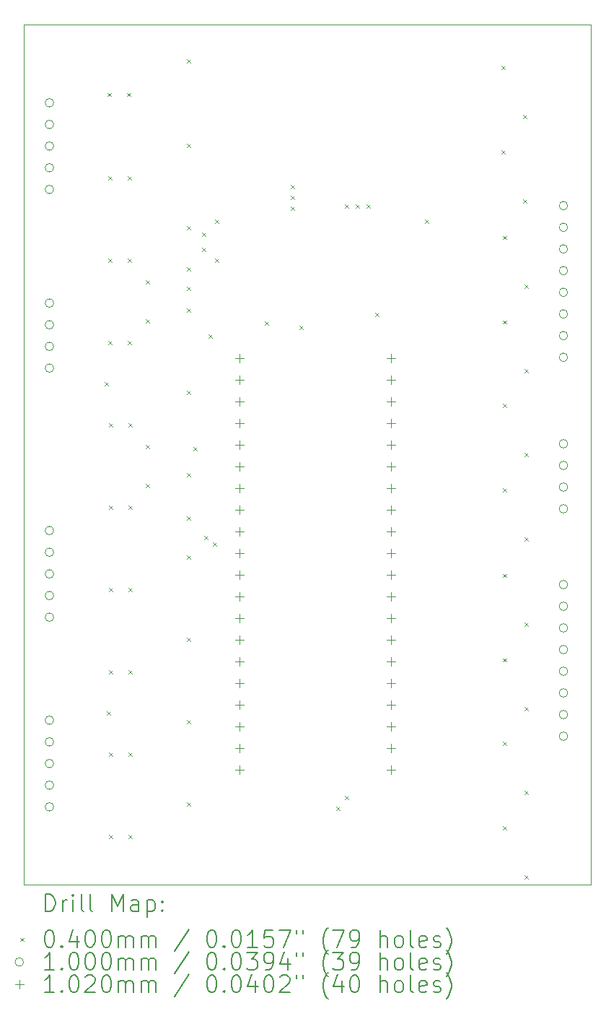
<source format=gbr>
%FSLAX45Y45*%
G04 Gerber Fmt 4.5, Leading zero omitted, Abs format (unit mm)*
G04 Created by KiCad (PCBNEW (6.0.0)) date 2022-08-19 14:17:07*
%MOMM*%
%LPD*%
G01*
G04 APERTURE LIST*
%TA.AperFunction,Profile*%
%ADD10C,0.100000*%
%TD*%
%ADD11C,0.200000*%
%ADD12C,0.040000*%
%ADD13C,0.100000*%
%ADD14C,0.102000*%
G04 APERTURE END LIST*
D10*
X17475200Y-14935200D02*
X17475200Y-4851400D01*
X10820400Y-14935200D02*
X10820400Y-4851400D01*
X10820400Y-4851400D02*
X17475200Y-4851400D01*
X10820400Y-14935200D02*
X17475200Y-14935200D01*
D11*
D12*
X11765600Y-9047800D02*
X11805600Y-9087800D01*
X11805600Y-9047800D02*
X11765600Y-9087800D01*
X11791000Y-12908600D02*
X11831000Y-12948600D01*
X11831000Y-12908600D02*
X11791000Y-12948600D01*
X11800550Y-5653750D02*
X11840550Y-5693750D01*
X11840550Y-5653750D02*
X11800550Y-5693750D01*
X11810300Y-6634800D02*
X11850300Y-6674800D01*
X11850300Y-6634800D02*
X11810300Y-6674800D01*
X11810300Y-7600000D02*
X11850300Y-7640000D01*
X11850300Y-7600000D02*
X11810300Y-7640000D01*
X11810300Y-8565200D02*
X11850300Y-8605200D01*
X11850300Y-8565200D02*
X11810300Y-8605200D01*
X11816400Y-9530400D02*
X11856400Y-9570400D01*
X11856400Y-9530400D02*
X11816400Y-9570400D01*
X11816400Y-10495600D02*
X11856400Y-10535600D01*
X11856400Y-10495600D02*
X11816400Y-10535600D01*
X11816400Y-11460800D02*
X11856400Y-11500800D01*
X11856400Y-11460800D02*
X11816400Y-11500800D01*
X11816400Y-12426000D02*
X11856400Y-12466000D01*
X11856400Y-12426000D02*
X11816400Y-12466000D01*
X11816400Y-13391200D02*
X11856400Y-13431200D01*
X11856400Y-13391200D02*
X11816400Y-13431200D01*
X11816400Y-14356400D02*
X11856400Y-14396400D01*
X11856400Y-14356400D02*
X11816400Y-14396400D01*
X12029150Y-5653750D02*
X12069150Y-5693750D01*
X12069150Y-5653750D02*
X12029150Y-5693750D01*
X12038900Y-6634800D02*
X12078900Y-6674800D01*
X12078900Y-6634800D02*
X12038900Y-6674800D01*
X12038900Y-7600000D02*
X12078900Y-7640000D01*
X12078900Y-7600000D02*
X12038900Y-7640000D01*
X12038900Y-8565200D02*
X12078900Y-8605200D01*
X12078900Y-8565200D02*
X12038900Y-8605200D01*
X12045000Y-9530400D02*
X12085000Y-9570400D01*
X12085000Y-9530400D02*
X12045000Y-9570400D01*
X12045000Y-10495600D02*
X12085000Y-10535600D01*
X12085000Y-10495600D02*
X12045000Y-10535600D01*
X12045000Y-11460800D02*
X12085000Y-11500800D01*
X12085000Y-11460800D02*
X12045000Y-11500800D01*
X12045000Y-12426000D02*
X12085000Y-12466000D01*
X12085000Y-12426000D02*
X12045000Y-12466000D01*
X12045000Y-13391200D02*
X12085000Y-13431200D01*
X12085000Y-13391200D02*
X12045000Y-13431200D01*
X12045000Y-14356400D02*
X12085000Y-14396400D01*
X12085000Y-14356400D02*
X12045000Y-14396400D01*
X12248200Y-7854000D02*
X12288200Y-7894000D01*
X12288200Y-7854000D02*
X12248200Y-7894000D01*
X12248200Y-8311200D02*
X12288200Y-8351200D01*
X12288200Y-8311200D02*
X12248200Y-8351200D01*
X12248200Y-9784400D02*
X12288200Y-9824400D01*
X12288200Y-9784400D02*
X12248200Y-9824400D01*
X12248200Y-10241600D02*
X12288200Y-10281600D01*
X12288200Y-10241600D02*
X12248200Y-10281600D01*
X12730800Y-5263200D02*
X12770800Y-5303200D01*
X12770800Y-5263200D02*
X12730800Y-5303200D01*
X12730800Y-6253800D02*
X12770800Y-6293800D01*
X12770800Y-6253800D02*
X12730800Y-6293800D01*
X12730800Y-7219000D02*
X12770800Y-7259000D01*
X12770800Y-7219000D02*
X12730800Y-7259000D01*
X12730800Y-7701600D02*
X12770800Y-7741600D01*
X12770800Y-7701600D02*
X12730800Y-7741600D01*
X12730800Y-7930200D02*
X12770800Y-7970200D01*
X12770800Y-7930200D02*
X12730800Y-7970200D01*
X12730800Y-8184200D02*
X12770800Y-8224200D01*
X12770800Y-8184200D02*
X12730800Y-8224200D01*
X12730800Y-9149400D02*
X12770800Y-9189400D01*
X12770800Y-9149400D02*
X12730800Y-9189400D01*
X12730800Y-10114600D02*
X12770800Y-10154600D01*
X12770800Y-10114600D02*
X12730800Y-10154600D01*
X12730800Y-10622600D02*
X12770800Y-10662600D01*
X12770800Y-10622600D02*
X12730800Y-10662600D01*
X12730800Y-11079800D02*
X12770800Y-11119800D01*
X12770800Y-11079800D02*
X12730800Y-11119800D01*
X12730800Y-12045000D02*
X12770800Y-12085000D01*
X12770800Y-12045000D02*
X12730800Y-12085000D01*
X12730800Y-13010200D02*
X12770800Y-13050200D01*
X12770800Y-13010200D02*
X12730800Y-13050200D01*
X12730800Y-13975400D02*
X12770800Y-14015400D01*
X12770800Y-13975400D02*
X12730800Y-14015400D01*
X12807000Y-9809800D02*
X12847000Y-9849800D01*
X12847000Y-9809800D02*
X12807000Y-9849800D01*
X12908600Y-7295200D02*
X12948600Y-7335200D01*
X12948600Y-7295200D02*
X12908600Y-7335200D01*
X12908600Y-7473000D02*
X12948600Y-7513000D01*
X12948600Y-7473000D02*
X12908600Y-7513000D01*
X12934000Y-10851200D02*
X12974000Y-10891200D01*
X12974000Y-10851200D02*
X12934000Y-10891200D01*
X12984800Y-8489000D02*
X13024800Y-8529000D01*
X13024800Y-8489000D02*
X12984800Y-8529000D01*
X13035600Y-10927400D02*
X13075600Y-10967400D01*
X13075600Y-10927400D02*
X13035600Y-10967400D01*
X13061000Y-7142800D02*
X13101000Y-7182800D01*
X13101000Y-7142800D02*
X13061000Y-7182800D01*
X13061000Y-7600000D02*
X13101000Y-7640000D01*
X13101000Y-7600000D02*
X13061000Y-7640000D01*
X13645200Y-8336600D02*
X13685200Y-8376600D01*
X13685200Y-8336600D02*
X13645200Y-8376600D01*
X13950000Y-6736400D02*
X13990000Y-6776400D01*
X13990000Y-6736400D02*
X13950000Y-6776400D01*
X13950000Y-6863400D02*
X13990000Y-6903400D01*
X13990000Y-6863400D02*
X13950000Y-6903400D01*
X13950000Y-6990400D02*
X13990000Y-7030400D01*
X13990000Y-6990400D02*
X13950000Y-7030400D01*
X14051600Y-8387400D02*
X14091600Y-8427400D01*
X14091600Y-8387400D02*
X14051600Y-8427400D01*
X14483400Y-14026200D02*
X14523400Y-14066200D01*
X14523400Y-14026200D02*
X14483400Y-14066200D01*
X14585000Y-6965000D02*
X14625000Y-7005000D01*
X14625000Y-6965000D02*
X14585000Y-7005000D01*
X14585000Y-13899200D02*
X14625000Y-13939200D01*
X14625000Y-13899200D02*
X14585000Y-13939200D01*
X14712000Y-6965000D02*
X14752000Y-7005000D01*
X14752000Y-6965000D02*
X14712000Y-7005000D01*
X14839000Y-6965000D02*
X14879000Y-7005000D01*
X14879000Y-6965000D02*
X14839000Y-7005000D01*
X14940600Y-8235000D02*
X14980600Y-8275000D01*
X14980600Y-8235000D02*
X14940600Y-8275000D01*
X15524800Y-7142800D02*
X15564800Y-7182800D01*
X15564800Y-7142800D02*
X15524800Y-7182800D01*
X16424150Y-5339400D02*
X16464150Y-5379400D01*
X16464150Y-5339400D02*
X16424150Y-5379400D01*
X16424150Y-6330000D02*
X16464150Y-6370000D01*
X16464150Y-6330000D02*
X16424150Y-6370000D01*
X16439200Y-7330950D02*
X16479200Y-7370950D01*
X16479200Y-7330950D02*
X16439200Y-7370950D01*
X16439200Y-8321550D02*
X16479200Y-8361550D01*
X16479200Y-8321550D02*
X16439200Y-8361550D01*
X16439200Y-9301800D02*
X16479200Y-9341800D01*
X16479200Y-9301800D02*
X16439200Y-9341800D01*
X16439200Y-10292400D02*
X16479200Y-10332400D01*
X16479200Y-10292400D02*
X16439200Y-10332400D01*
X16439200Y-11293350D02*
X16479200Y-11333350D01*
X16479200Y-11293350D02*
X16439200Y-11333350D01*
X16439200Y-12283950D02*
X16479200Y-12323950D01*
X16479200Y-12283950D02*
X16439200Y-12323950D01*
X16439200Y-13264200D02*
X16479200Y-13304200D01*
X16479200Y-13264200D02*
X16439200Y-13304200D01*
X16439200Y-14254800D02*
X16479200Y-14294800D01*
X16479200Y-14254800D02*
X16439200Y-14294800D01*
X16678150Y-5913250D02*
X16718150Y-5953250D01*
X16718150Y-5913250D02*
X16678150Y-5953250D01*
X16678150Y-6903850D02*
X16718150Y-6943850D01*
X16718150Y-6903850D02*
X16678150Y-6943850D01*
X16693200Y-7904800D02*
X16733200Y-7944800D01*
X16733200Y-7904800D02*
X16693200Y-7944800D01*
X16693200Y-8895400D02*
X16733200Y-8935400D01*
X16733200Y-8895400D02*
X16693200Y-8935400D01*
X16693200Y-9875650D02*
X16733200Y-9915650D01*
X16733200Y-9875650D02*
X16693200Y-9915650D01*
X16693200Y-10866250D02*
X16733200Y-10906250D01*
X16733200Y-10866250D02*
X16693200Y-10906250D01*
X16693200Y-11867200D02*
X16733200Y-11907200D01*
X16733200Y-11867200D02*
X16693200Y-11907200D01*
X16693200Y-12857800D02*
X16733200Y-12897800D01*
X16733200Y-12857800D02*
X16693200Y-12897800D01*
X16693200Y-13838050D02*
X16733200Y-13878050D01*
X16733200Y-13838050D02*
X16693200Y-13878050D01*
X16693200Y-14828650D02*
X16733200Y-14868650D01*
X16733200Y-14828650D02*
X16693200Y-14868650D01*
D13*
X11168800Y-5769300D02*
G75*
G03*
X11168800Y-5769300I-50000J0D01*
G01*
X11168800Y-6023300D02*
G75*
G03*
X11168800Y-6023300I-50000J0D01*
G01*
X11168800Y-6277300D02*
G75*
G03*
X11168800Y-6277300I-50000J0D01*
G01*
X11168800Y-6531300D02*
G75*
G03*
X11168800Y-6531300I-50000J0D01*
G01*
X11168800Y-6785300D02*
G75*
G03*
X11168800Y-6785300I-50000J0D01*
G01*
X11168800Y-8118800D02*
G75*
G03*
X11168800Y-8118800I-50000J0D01*
G01*
X11168800Y-8372800D02*
G75*
G03*
X11168800Y-8372800I-50000J0D01*
G01*
X11168800Y-8626800D02*
G75*
G03*
X11168800Y-8626800I-50000J0D01*
G01*
X11168800Y-8880800D02*
G75*
G03*
X11168800Y-8880800I-50000J0D01*
G01*
X11168800Y-10785800D02*
G75*
G03*
X11168800Y-10785800I-50000J0D01*
G01*
X11168800Y-11039800D02*
G75*
G03*
X11168800Y-11039800I-50000J0D01*
G01*
X11168800Y-11293800D02*
G75*
G03*
X11168800Y-11293800I-50000J0D01*
G01*
X11168800Y-11547800D02*
G75*
G03*
X11168800Y-11547800I-50000J0D01*
G01*
X11168800Y-11801800D02*
G75*
G03*
X11168800Y-11801800I-50000J0D01*
G01*
X11168800Y-13008300D02*
G75*
G03*
X11168800Y-13008300I-50000J0D01*
G01*
X11168800Y-13262300D02*
G75*
G03*
X11168800Y-13262300I-50000J0D01*
G01*
X11168800Y-13516300D02*
G75*
G03*
X11168800Y-13516300I-50000J0D01*
G01*
X11168800Y-13770300D02*
G75*
G03*
X11168800Y-13770300I-50000J0D01*
G01*
X11168800Y-14024300D02*
G75*
G03*
X11168800Y-14024300I-50000J0D01*
G01*
X17201300Y-6975800D02*
G75*
G03*
X17201300Y-6975800I-50000J0D01*
G01*
X17201300Y-7229800D02*
G75*
G03*
X17201300Y-7229800I-50000J0D01*
G01*
X17201300Y-7483800D02*
G75*
G03*
X17201300Y-7483800I-50000J0D01*
G01*
X17201300Y-7737800D02*
G75*
G03*
X17201300Y-7737800I-50000J0D01*
G01*
X17201300Y-7991800D02*
G75*
G03*
X17201300Y-7991800I-50000J0D01*
G01*
X17201300Y-8245800D02*
G75*
G03*
X17201300Y-8245800I-50000J0D01*
G01*
X17201300Y-8499800D02*
G75*
G03*
X17201300Y-8499800I-50000J0D01*
G01*
X17201300Y-8753800D02*
G75*
G03*
X17201300Y-8753800I-50000J0D01*
G01*
X17201300Y-9768800D02*
G75*
G03*
X17201300Y-9768800I-50000J0D01*
G01*
X17201300Y-10022800D02*
G75*
G03*
X17201300Y-10022800I-50000J0D01*
G01*
X17201300Y-10276800D02*
G75*
G03*
X17201300Y-10276800I-50000J0D01*
G01*
X17201300Y-10530800D02*
G75*
G03*
X17201300Y-10530800I-50000J0D01*
G01*
X17201300Y-11419300D02*
G75*
G03*
X17201300Y-11419300I-50000J0D01*
G01*
X17201300Y-11673300D02*
G75*
G03*
X17201300Y-11673300I-50000J0D01*
G01*
X17201300Y-11927300D02*
G75*
G03*
X17201300Y-11927300I-50000J0D01*
G01*
X17201300Y-12181300D02*
G75*
G03*
X17201300Y-12181300I-50000J0D01*
G01*
X17201300Y-12435300D02*
G75*
G03*
X17201300Y-12435300I-50000J0D01*
G01*
X17201300Y-12689300D02*
G75*
G03*
X17201300Y-12689300I-50000J0D01*
G01*
X17201300Y-12943300D02*
G75*
G03*
X17201300Y-12943300I-50000J0D01*
G01*
X17201300Y-13197300D02*
G75*
G03*
X17201300Y-13197300I-50000J0D01*
G01*
D14*
X13350400Y-8712000D02*
X13350400Y-8814000D01*
X13299400Y-8763000D02*
X13401400Y-8763000D01*
X13350400Y-8966000D02*
X13350400Y-9068000D01*
X13299400Y-9017000D02*
X13401400Y-9017000D01*
X13350400Y-9220000D02*
X13350400Y-9322000D01*
X13299400Y-9271000D02*
X13401400Y-9271000D01*
X13350400Y-9474000D02*
X13350400Y-9576000D01*
X13299400Y-9525000D02*
X13401400Y-9525000D01*
X13350400Y-9728000D02*
X13350400Y-9830000D01*
X13299400Y-9779000D02*
X13401400Y-9779000D01*
X13350400Y-9982000D02*
X13350400Y-10084000D01*
X13299400Y-10033000D02*
X13401400Y-10033000D01*
X13350400Y-10236000D02*
X13350400Y-10338000D01*
X13299400Y-10287000D02*
X13401400Y-10287000D01*
X13350400Y-10490000D02*
X13350400Y-10592000D01*
X13299400Y-10541000D02*
X13401400Y-10541000D01*
X13350400Y-10744000D02*
X13350400Y-10846000D01*
X13299400Y-10795000D02*
X13401400Y-10795000D01*
X13350400Y-10998000D02*
X13350400Y-11100000D01*
X13299400Y-11049000D02*
X13401400Y-11049000D01*
X13350400Y-11252000D02*
X13350400Y-11354000D01*
X13299400Y-11303000D02*
X13401400Y-11303000D01*
X13350400Y-11506000D02*
X13350400Y-11608000D01*
X13299400Y-11557000D02*
X13401400Y-11557000D01*
X13350400Y-11760000D02*
X13350400Y-11862000D01*
X13299400Y-11811000D02*
X13401400Y-11811000D01*
X13350400Y-12014000D02*
X13350400Y-12116000D01*
X13299400Y-12065000D02*
X13401400Y-12065000D01*
X13350400Y-12268000D02*
X13350400Y-12370000D01*
X13299400Y-12319000D02*
X13401400Y-12319000D01*
X13350400Y-12522000D02*
X13350400Y-12624000D01*
X13299400Y-12573000D02*
X13401400Y-12573000D01*
X13350400Y-12776000D02*
X13350400Y-12878000D01*
X13299400Y-12827000D02*
X13401400Y-12827000D01*
X13350400Y-13030000D02*
X13350400Y-13132000D01*
X13299400Y-13081000D02*
X13401400Y-13081000D01*
X13350400Y-13284000D02*
X13350400Y-13386000D01*
X13299400Y-13335000D02*
X13401400Y-13335000D01*
X13350400Y-13538000D02*
X13350400Y-13640000D01*
X13299400Y-13589000D02*
X13401400Y-13589000D01*
X15128400Y-8712000D02*
X15128400Y-8814000D01*
X15077400Y-8763000D02*
X15179400Y-8763000D01*
X15128400Y-8966000D02*
X15128400Y-9068000D01*
X15077400Y-9017000D02*
X15179400Y-9017000D01*
X15128400Y-9220000D02*
X15128400Y-9322000D01*
X15077400Y-9271000D02*
X15179400Y-9271000D01*
X15128400Y-9474000D02*
X15128400Y-9576000D01*
X15077400Y-9525000D02*
X15179400Y-9525000D01*
X15128400Y-9728000D02*
X15128400Y-9830000D01*
X15077400Y-9779000D02*
X15179400Y-9779000D01*
X15128400Y-9982000D02*
X15128400Y-10084000D01*
X15077400Y-10033000D02*
X15179400Y-10033000D01*
X15128400Y-10236000D02*
X15128400Y-10338000D01*
X15077400Y-10287000D02*
X15179400Y-10287000D01*
X15128400Y-10490000D02*
X15128400Y-10592000D01*
X15077400Y-10541000D02*
X15179400Y-10541000D01*
X15128400Y-10744000D02*
X15128400Y-10846000D01*
X15077400Y-10795000D02*
X15179400Y-10795000D01*
X15128400Y-10998000D02*
X15128400Y-11100000D01*
X15077400Y-11049000D02*
X15179400Y-11049000D01*
X15128400Y-11252000D02*
X15128400Y-11354000D01*
X15077400Y-11303000D02*
X15179400Y-11303000D01*
X15128400Y-11506000D02*
X15128400Y-11608000D01*
X15077400Y-11557000D02*
X15179400Y-11557000D01*
X15128400Y-11760000D02*
X15128400Y-11862000D01*
X15077400Y-11811000D02*
X15179400Y-11811000D01*
X15128400Y-12014000D02*
X15128400Y-12116000D01*
X15077400Y-12065000D02*
X15179400Y-12065000D01*
X15128400Y-12268000D02*
X15128400Y-12370000D01*
X15077400Y-12319000D02*
X15179400Y-12319000D01*
X15128400Y-12522000D02*
X15128400Y-12624000D01*
X15077400Y-12573000D02*
X15179400Y-12573000D01*
X15128400Y-12776000D02*
X15128400Y-12878000D01*
X15077400Y-12827000D02*
X15179400Y-12827000D01*
X15128400Y-13030000D02*
X15128400Y-13132000D01*
X15077400Y-13081000D02*
X15179400Y-13081000D01*
X15128400Y-13284000D02*
X15128400Y-13386000D01*
X15077400Y-13335000D02*
X15179400Y-13335000D01*
X15128400Y-13538000D02*
X15128400Y-13640000D01*
X15077400Y-13589000D02*
X15179400Y-13589000D01*
D11*
X11073019Y-15250676D02*
X11073019Y-15050676D01*
X11120638Y-15050676D01*
X11149210Y-15060200D01*
X11168257Y-15079248D01*
X11177781Y-15098295D01*
X11187305Y-15136390D01*
X11187305Y-15164962D01*
X11177781Y-15203057D01*
X11168257Y-15222105D01*
X11149210Y-15241152D01*
X11120638Y-15250676D01*
X11073019Y-15250676D01*
X11273019Y-15250676D02*
X11273019Y-15117343D01*
X11273019Y-15155438D02*
X11282543Y-15136390D01*
X11292067Y-15126867D01*
X11311114Y-15117343D01*
X11330162Y-15117343D01*
X11396828Y-15250676D02*
X11396828Y-15117343D01*
X11396828Y-15050676D02*
X11387305Y-15060200D01*
X11396828Y-15069724D01*
X11406352Y-15060200D01*
X11396828Y-15050676D01*
X11396828Y-15069724D01*
X11520638Y-15250676D02*
X11501590Y-15241152D01*
X11492067Y-15222105D01*
X11492067Y-15050676D01*
X11625400Y-15250676D02*
X11606352Y-15241152D01*
X11596828Y-15222105D01*
X11596828Y-15050676D01*
X11853971Y-15250676D02*
X11853971Y-15050676D01*
X11920638Y-15193533D01*
X11987305Y-15050676D01*
X11987305Y-15250676D01*
X12168257Y-15250676D02*
X12168257Y-15145914D01*
X12158733Y-15126867D01*
X12139686Y-15117343D01*
X12101590Y-15117343D01*
X12082543Y-15126867D01*
X12168257Y-15241152D02*
X12149209Y-15250676D01*
X12101590Y-15250676D01*
X12082543Y-15241152D01*
X12073019Y-15222105D01*
X12073019Y-15203057D01*
X12082543Y-15184009D01*
X12101590Y-15174486D01*
X12149209Y-15174486D01*
X12168257Y-15164962D01*
X12263495Y-15117343D02*
X12263495Y-15317343D01*
X12263495Y-15126867D02*
X12282543Y-15117343D01*
X12320638Y-15117343D01*
X12339686Y-15126867D01*
X12349209Y-15136390D01*
X12358733Y-15155438D01*
X12358733Y-15212581D01*
X12349209Y-15231628D01*
X12339686Y-15241152D01*
X12320638Y-15250676D01*
X12282543Y-15250676D01*
X12263495Y-15241152D01*
X12444448Y-15231628D02*
X12453971Y-15241152D01*
X12444448Y-15250676D01*
X12434924Y-15241152D01*
X12444448Y-15231628D01*
X12444448Y-15250676D01*
X12444448Y-15126867D02*
X12453971Y-15136390D01*
X12444448Y-15145914D01*
X12434924Y-15136390D01*
X12444448Y-15126867D01*
X12444448Y-15145914D01*
D12*
X10775400Y-15560200D02*
X10815400Y-15600200D01*
X10815400Y-15560200D02*
X10775400Y-15600200D01*
D11*
X11111114Y-15470676D02*
X11130162Y-15470676D01*
X11149210Y-15480200D01*
X11158733Y-15489724D01*
X11168257Y-15508771D01*
X11177781Y-15546867D01*
X11177781Y-15594486D01*
X11168257Y-15632581D01*
X11158733Y-15651628D01*
X11149210Y-15661152D01*
X11130162Y-15670676D01*
X11111114Y-15670676D01*
X11092067Y-15661152D01*
X11082543Y-15651628D01*
X11073019Y-15632581D01*
X11063495Y-15594486D01*
X11063495Y-15546867D01*
X11073019Y-15508771D01*
X11082543Y-15489724D01*
X11092067Y-15480200D01*
X11111114Y-15470676D01*
X11263495Y-15651628D02*
X11273019Y-15661152D01*
X11263495Y-15670676D01*
X11253971Y-15661152D01*
X11263495Y-15651628D01*
X11263495Y-15670676D01*
X11444448Y-15537343D02*
X11444448Y-15670676D01*
X11396828Y-15461152D02*
X11349209Y-15604009D01*
X11473019Y-15604009D01*
X11587305Y-15470676D02*
X11606352Y-15470676D01*
X11625400Y-15480200D01*
X11634924Y-15489724D01*
X11644448Y-15508771D01*
X11653971Y-15546867D01*
X11653971Y-15594486D01*
X11644448Y-15632581D01*
X11634924Y-15651628D01*
X11625400Y-15661152D01*
X11606352Y-15670676D01*
X11587305Y-15670676D01*
X11568257Y-15661152D01*
X11558733Y-15651628D01*
X11549209Y-15632581D01*
X11539686Y-15594486D01*
X11539686Y-15546867D01*
X11549209Y-15508771D01*
X11558733Y-15489724D01*
X11568257Y-15480200D01*
X11587305Y-15470676D01*
X11777781Y-15470676D02*
X11796828Y-15470676D01*
X11815876Y-15480200D01*
X11825400Y-15489724D01*
X11834924Y-15508771D01*
X11844448Y-15546867D01*
X11844448Y-15594486D01*
X11834924Y-15632581D01*
X11825400Y-15651628D01*
X11815876Y-15661152D01*
X11796828Y-15670676D01*
X11777781Y-15670676D01*
X11758733Y-15661152D01*
X11749209Y-15651628D01*
X11739686Y-15632581D01*
X11730162Y-15594486D01*
X11730162Y-15546867D01*
X11739686Y-15508771D01*
X11749209Y-15489724D01*
X11758733Y-15480200D01*
X11777781Y-15470676D01*
X11930162Y-15670676D02*
X11930162Y-15537343D01*
X11930162Y-15556390D02*
X11939686Y-15546867D01*
X11958733Y-15537343D01*
X11987305Y-15537343D01*
X12006352Y-15546867D01*
X12015876Y-15565914D01*
X12015876Y-15670676D01*
X12015876Y-15565914D02*
X12025400Y-15546867D01*
X12044448Y-15537343D01*
X12073019Y-15537343D01*
X12092067Y-15546867D01*
X12101590Y-15565914D01*
X12101590Y-15670676D01*
X12196828Y-15670676D02*
X12196828Y-15537343D01*
X12196828Y-15556390D02*
X12206352Y-15546867D01*
X12225400Y-15537343D01*
X12253971Y-15537343D01*
X12273019Y-15546867D01*
X12282543Y-15565914D01*
X12282543Y-15670676D01*
X12282543Y-15565914D02*
X12292067Y-15546867D01*
X12311114Y-15537343D01*
X12339686Y-15537343D01*
X12358733Y-15546867D01*
X12368257Y-15565914D01*
X12368257Y-15670676D01*
X12758733Y-15461152D02*
X12587305Y-15718295D01*
X13015876Y-15470676D02*
X13034924Y-15470676D01*
X13053971Y-15480200D01*
X13063495Y-15489724D01*
X13073019Y-15508771D01*
X13082543Y-15546867D01*
X13082543Y-15594486D01*
X13073019Y-15632581D01*
X13063495Y-15651628D01*
X13053971Y-15661152D01*
X13034924Y-15670676D01*
X13015876Y-15670676D01*
X12996828Y-15661152D01*
X12987305Y-15651628D01*
X12977781Y-15632581D01*
X12968257Y-15594486D01*
X12968257Y-15546867D01*
X12977781Y-15508771D01*
X12987305Y-15489724D01*
X12996828Y-15480200D01*
X13015876Y-15470676D01*
X13168257Y-15651628D02*
X13177781Y-15661152D01*
X13168257Y-15670676D01*
X13158733Y-15661152D01*
X13168257Y-15651628D01*
X13168257Y-15670676D01*
X13301590Y-15470676D02*
X13320638Y-15470676D01*
X13339686Y-15480200D01*
X13349209Y-15489724D01*
X13358733Y-15508771D01*
X13368257Y-15546867D01*
X13368257Y-15594486D01*
X13358733Y-15632581D01*
X13349209Y-15651628D01*
X13339686Y-15661152D01*
X13320638Y-15670676D01*
X13301590Y-15670676D01*
X13282543Y-15661152D01*
X13273019Y-15651628D01*
X13263495Y-15632581D01*
X13253971Y-15594486D01*
X13253971Y-15546867D01*
X13263495Y-15508771D01*
X13273019Y-15489724D01*
X13282543Y-15480200D01*
X13301590Y-15470676D01*
X13558733Y-15670676D02*
X13444448Y-15670676D01*
X13501590Y-15670676D02*
X13501590Y-15470676D01*
X13482543Y-15499248D01*
X13463495Y-15518295D01*
X13444448Y-15527819D01*
X13739686Y-15470676D02*
X13644448Y-15470676D01*
X13634924Y-15565914D01*
X13644448Y-15556390D01*
X13663495Y-15546867D01*
X13711114Y-15546867D01*
X13730162Y-15556390D01*
X13739686Y-15565914D01*
X13749209Y-15584962D01*
X13749209Y-15632581D01*
X13739686Y-15651628D01*
X13730162Y-15661152D01*
X13711114Y-15670676D01*
X13663495Y-15670676D01*
X13644448Y-15661152D01*
X13634924Y-15651628D01*
X13815876Y-15470676D02*
X13949209Y-15470676D01*
X13863495Y-15670676D01*
X14015876Y-15470676D02*
X14015876Y-15508771D01*
X14092067Y-15470676D02*
X14092067Y-15508771D01*
X14387305Y-15746867D02*
X14377781Y-15737343D01*
X14358733Y-15708771D01*
X14349209Y-15689724D01*
X14339686Y-15661152D01*
X14330162Y-15613533D01*
X14330162Y-15575438D01*
X14339686Y-15527819D01*
X14349209Y-15499248D01*
X14358733Y-15480200D01*
X14377781Y-15451628D01*
X14387305Y-15442105D01*
X14444448Y-15470676D02*
X14577781Y-15470676D01*
X14492067Y-15670676D01*
X14663495Y-15670676D02*
X14701590Y-15670676D01*
X14720638Y-15661152D01*
X14730162Y-15651628D01*
X14749209Y-15623057D01*
X14758733Y-15584962D01*
X14758733Y-15508771D01*
X14749209Y-15489724D01*
X14739686Y-15480200D01*
X14720638Y-15470676D01*
X14682543Y-15470676D01*
X14663495Y-15480200D01*
X14653971Y-15489724D01*
X14644448Y-15508771D01*
X14644448Y-15556390D01*
X14653971Y-15575438D01*
X14663495Y-15584962D01*
X14682543Y-15594486D01*
X14720638Y-15594486D01*
X14739686Y-15584962D01*
X14749209Y-15575438D01*
X14758733Y-15556390D01*
X14996828Y-15670676D02*
X14996828Y-15470676D01*
X15082543Y-15670676D02*
X15082543Y-15565914D01*
X15073019Y-15546867D01*
X15053971Y-15537343D01*
X15025400Y-15537343D01*
X15006352Y-15546867D01*
X14996828Y-15556390D01*
X15206352Y-15670676D02*
X15187305Y-15661152D01*
X15177781Y-15651628D01*
X15168257Y-15632581D01*
X15168257Y-15575438D01*
X15177781Y-15556390D01*
X15187305Y-15546867D01*
X15206352Y-15537343D01*
X15234924Y-15537343D01*
X15253971Y-15546867D01*
X15263495Y-15556390D01*
X15273019Y-15575438D01*
X15273019Y-15632581D01*
X15263495Y-15651628D01*
X15253971Y-15661152D01*
X15234924Y-15670676D01*
X15206352Y-15670676D01*
X15387305Y-15670676D02*
X15368257Y-15661152D01*
X15358733Y-15642105D01*
X15358733Y-15470676D01*
X15539686Y-15661152D02*
X15520638Y-15670676D01*
X15482543Y-15670676D01*
X15463495Y-15661152D01*
X15453971Y-15642105D01*
X15453971Y-15565914D01*
X15463495Y-15546867D01*
X15482543Y-15537343D01*
X15520638Y-15537343D01*
X15539686Y-15546867D01*
X15549209Y-15565914D01*
X15549209Y-15584962D01*
X15453971Y-15604009D01*
X15625400Y-15661152D02*
X15644448Y-15670676D01*
X15682543Y-15670676D01*
X15701590Y-15661152D01*
X15711114Y-15642105D01*
X15711114Y-15632581D01*
X15701590Y-15613533D01*
X15682543Y-15604009D01*
X15653971Y-15604009D01*
X15634924Y-15594486D01*
X15625400Y-15575438D01*
X15625400Y-15565914D01*
X15634924Y-15546867D01*
X15653971Y-15537343D01*
X15682543Y-15537343D01*
X15701590Y-15546867D01*
X15777781Y-15746867D02*
X15787305Y-15737343D01*
X15806352Y-15708771D01*
X15815876Y-15689724D01*
X15825400Y-15661152D01*
X15834924Y-15613533D01*
X15834924Y-15575438D01*
X15825400Y-15527819D01*
X15815876Y-15499248D01*
X15806352Y-15480200D01*
X15787305Y-15451628D01*
X15777781Y-15442105D01*
D13*
X10815400Y-15844200D02*
G75*
G03*
X10815400Y-15844200I-50000J0D01*
G01*
D11*
X11177781Y-15934676D02*
X11063495Y-15934676D01*
X11120638Y-15934676D02*
X11120638Y-15734676D01*
X11101590Y-15763248D01*
X11082543Y-15782295D01*
X11063495Y-15791819D01*
X11263495Y-15915628D02*
X11273019Y-15925152D01*
X11263495Y-15934676D01*
X11253971Y-15925152D01*
X11263495Y-15915628D01*
X11263495Y-15934676D01*
X11396828Y-15734676D02*
X11415876Y-15734676D01*
X11434924Y-15744200D01*
X11444448Y-15753724D01*
X11453971Y-15772771D01*
X11463495Y-15810867D01*
X11463495Y-15858486D01*
X11453971Y-15896581D01*
X11444448Y-15915628D01*
X11434924Y-15925152D01*
X11415876Y-15934676D01*
X11396828Y-15934676D01*
X11377781Y-15925152D01*
X11368257Y-15915628D01*
X11358733Y-15896581D01*
X11349209Y-15858486D01*
X11349209Y-15810867D01*
X11358733Y-15772771D01*
X11368257Y-15753724D01*
X11377781Y-15744200D01*
X11396828Y-15734676D01*
X11587305Y-15734676D02*
X11606352Y-15734676D01*
X11625400Y-15744200D01*
X11634924Y-15753724D01*
X11644448Y-15772771D01*
X11653971Y-15810867D01*
X11653971Y-15858486D01*
X11644448Y-15896581D01*
X11634924Y-15915628D01*
X11625400Y-15925152D01*
X11606352Y-15934676D01*
X11587305Y-15934676D01*
X11568257Y-15925152D01*
X11558733Y-15915628D01*
X11549209Y-15896581D01*
X11539686Y-15858486D01*
X11539686Y-15810867D01*
X11549209Y-15772771D01*
X11558733Y-15753724D01*
X11568257Y-15744200D01*
X11587305Y-15734676D01*
X11777781Y-15734676D02*
X11796828Y-15734676D01*
X11815876Y-15744200D01*
X11825400Y-15753724D01*
X11834924Y-15772771D01*
X11844448Y-15810867D01*
X11844448Y-15858486D01*
X11834924Y-15896581D01*
X11825400Y-15915628D01*
X11815876Y-15925152D01*
X11796828Y-15934676D01*
X11777781Y-15934676D01*
X11758733Y-15925152D01*
X11749209Y-15915628D01*
X11739686Y-15896581D01*
X11730162Y-15858486D01*
X11730162Y-15810867D01*
X11739686Y-15772771D01*
X11749209Y-15753724D01*
X11758733Y-15744200D01*
X11777781Y-15734676D01*
X11930162Y-15934676D02*
X11930162Y-15801343D01*
X11930162Y-15820390D02*
X11939686Y-15810867D01*
X11958733Y-15801343D01*
X11987305Y-15801343D01*
X12006352Y-15810867D01*
X12015876Y-15829914D01*
X12015876Y-15934676D01*
X12015876Y-15829914D02*
X12025400Y-15810867D01*
X12044448Y-15801343D01*
X12073019Y-15801343D01*
X12092067Y-15810867D01*
X12101590Y-15829914D01*
X12101590Y-15934676D01*
X12196828Y-15934676D02*
X12196828Y-15801343D01*
X12196828Y-15820390D02*
X12206352Y-15810867D01*
X12225400Y-15801343D01*
X12253971Y-15801343D01*
X12273019Y-15810867D01*
X12282543Y-15829914D01*
X12282543Y-15934676D01*
X12282543Y-15829914D02*
X12292067Y-15810867D01*
X12311114Y-15801343D01*
X12339686Y-15801343D01*
X12358733Y-15810867D01*
X12368257Y-15829914D01*
X12368257Y-15934676D01*
X12758733Y-15725152D02*
X12587305Y-15982295D01*
X13015876Y-15734676D02*
X13034924Y-15734676D01*
X13053971Y-15744200D01*
X13063495Y-15753724D01*
X13073019Y-15772771D01*
X13082543Y-15810867D01*
X13082543Y-15858486D01*
X13073019Y-15896581D01*
X13063495Y-15915628D01*
X13053971Y-15925152D01*
X13034924Y-15934676D01*
X13015876Y-15934676D01*
X12996828Y-15925152D01*
X12987305Y-15915628D01*
X12977781Y-15896581D01*
X12968257Y-15858486D01*
X12968257Y-15810867D01*
X12977781Y-15772771D01*
X12987305Y-15753724D01*
X12996828Y-15744200D01*
X13015876Y-15734676D01*
X13168257Y-15915628D02*
X13177781Y-15925152D01*
X13168257Y-15934676D01*
X13158733Y-15925152D01*
X13168257Y-15915628D01*
X13168257Y-15934676D01*
X13301590Y-15734676D02*
X13320638Y-15734676D01*
X13339686Y-15744200D01*
X13349209Y-15753724D01*
X13358733Y-15772771D01*
X13368257Y-15810867D01*
X13368257Y-15858486D01*
X13358733Y-15896581D01*
X13349209Y-15915628D01*
X13339686Y-15925152D01*
X13320638Y-15934676D01*
X13301590Y-15934676D01*
X13282543Y-15925152D01*
X13273019Y-15915628D01*
X13263495Y-15896581D01*
X13253971Y-15858486D01*
X13253971Y-15810867D01*
X13263495Y-15772771D01*
X13273019Y-15753724D01*
X13282543Y-15744200D01*
X13301590Y-15734676D01*
X13434924Y-15734676D02*
X13558733Y-15734676D01*
X13492067Y-15810867D01*
X13520638Y-15810867D01*
X13539686Y-15820390D01*
X13549209Y-15829914D01*
X13558733Y-15848962D01*
X13558733Y-15896581D01*
X13549209Y-15915628D01*
X13539686Y-15925152D01*
X13520638Y-15934676D01*
X13463495Y-15934676D01*
X13444448Y-15925152D01*
X13434924Y-15915628D01*
X13653971Y-15934676D02*
X13692067Y-15934676D01*
X13711114Y-15925152D01*
X13720638Y-15915628D01*
X13739686Y-15887057D01*
X13749209Y-15848962D01*
X13749209Y-15772771D01*
X13739686Y-15753724D01*
X13730162Y-15744200D01*
X13711114Y-15734676D01*
X13673019Y-15734676D01*
X13653971Y-15744200D01*
X13644448Y-15753724D01*
X13634924Y-15772771D01*
X13634924Y-15820390D01*
X13644448Y-15839438D01*
X13653971Y-15848962D01*
X13673019Y-15858486D01*
X13711114Y-15858486D01*
X13730162Y-15848962D01*
X13739686Y-15839438D01*
X13749209Y-15820390D01*
X13920638Y-15801343D02*
X13920638Y-15934676D01*
X13873019Y-15725152D02*
X13825400Y-15868009D01*
X13949209Y-15868009D01*
X14015876Y-15734676D02*
X14015876Y-15772771D01*
X14092067Y-15734676D02*
X14092067Y-15772771D01*
X14387305Y-16010867D02*
X14377781Y-16001343D01*
X14358733Y-15972771D01*
X14349209Y-15953724D01*
X14339686Y-15925152D01*
X14330162Y-15877533D01*
X14330162Y-15839438D01*
X14339686Y-15791819D01*
X14349209Y-15763248D01*
X14358733Y-15744200D01*
X14377781Y-15715628D01*
X14387305Y-15706105D01*
X14444448Y-15734676D02*
X14568257Y-15734676D01*
X14501590Y-15810867D01*
X14530162Y-15810867D01*
X14549209Y-15820390D01*
X14558733Y-15829914D01*
X14568257Y-15848962D01*
X14568257Y-15896581D01*
X14558733Y-15915628D01*
X14549209Y-15925152D01*
X14530162Y-15934676D01*
X14473019Y-15934676D01*
X14453971Y-15925152D01*
X14444448Y-15915628D01*
X14663495Y-15934676D02*
X14701590Y-15934676D01*
X14720638Y-15925152D01*
X14730162Y-15915628D01*
X14749209Y-15887057D01*
X14758733Y-15848962D01*
X14758733Y-15772771D01*
X14749209Y-15753724D01*
X14739686Y-15744200D01*
X14720638Y-15734676D01*
X14682543Y-15734676D01*
X14663495Y-15744200D01*
X14653971Y-15753724D01*
X14644448Y-15772771D01*
X14644448Y-15820390D01*
X14653971Y-15839438D01*
X14663495Y-15848962D01*
X14682543Y-15858486D01*
X14720638Y-15858486D01*
X14739686Y-15848962D01*
X14749209Y-15839438D01*
X14758733Y-15820390D01*
X14996828Y-15934676D02*
X14996828Y-15734676D01*
X15082543Y-15934676D02*
X15082543Y-15829914D01*
X15073019Y-15810867D01*
X15053971Y-15801343D01*
X15025400Y-15801343D01*
X15006352Y-15810867D01*
X14996828Y-15820390D01*
X15206352Y-15934676D02*
X15187305Y-15925152D01*
X15177781Y-15915628D01*
X15168257Y-15896581D01*
X15168257Y-15839438D01*
X15177781Y-15820390D01*
X15187305Y-15810867D01*
X15206352Y-15801343D01*
X15234924Y-15801343D01*
X15253971Y-15810867D01*
X15263495Y-15820390D01*
X15273019Y-15839438D01*
X15273019Y-15896581D01*
X15263495Y-15915628D01*
X15253971Y-15925152D01*
X15234924Y-15934676D01*
X15206352Y-15934676D01*
X15387305Y-15934676D02*
X15368257Y-15925152D01*
X15358733Y-15906105D01*
X15358733Y-15734676D01*
X15539686Y-15925152D02*
X15520638Y-15934676D01*
X15482543Y-15934676D01*
X15463495Y-15925152D01*
X15453971Y-15906105D01*
X15453971Y-15829914D01*
X15463495Y-15810867D01*
X15482543Y-15801343D01*
X15520638Y-15801343D01*
X15539686Y-15810867D01*
X15549209Y-15829914D01*
X15549209Y-15848962D01*
X15453971Y-15868009D01*
X15625400Y-15925152D02*
X15644448Y-15934676D01*
X15682543Y-15934676D01*
X15701590Y-15925152D01*
X15711114Y-15906105D01*
X15711114Y-15896581D01*
X15701590Y-15877533D01*
X15682543Y-15868009D01*
X15653971Y-15868009D01*
X15634924Y-15858486D01*
X15625400Y-15839438D01*
X15625400Y-15829914D01*
X15634924Y-15810867D01*
X15653971Y-15801343D01*
X15682543Y-15801343D01*
X15701590Y-15810867D01*
X15777781Y-16010867D02*
X15787305Y-16001343D01*
X15806352Y-15972771D01*
X15815876Y-15953724D01*
X15825400Y-15925152D01*
X15834924Y-15877533D01*
X15834924Y-15839438D01*
X15825400Y-15791819D01*
X15815876Y-15763248D01*
X15806352Y-15744200D01*
X15787305Y-15715628D01*
X15777781Y-15706105D01*
D14*
X10764400Y-16057200D02*
X10764400Y-16159200D01*
X10713400Y-16108200D02*
X10815400Y-16108200D01*
D11*
X11177781Y-16198676D02*
X11063495Y-16198676D01*
X11120638Y-16198676D02*
X11120638Y-15998676D01*
X11101590Y-16027248D01*
X11082543Y-16046295D01*
X11063495Y-16055819D01*
X11263495Y-16179628D02*
X11273019Y-16189152D01*
X11263495Y-16198676D01*
X11253971Y-16189152D01*
X11263495Y-16179628D01*
X11263495Y-16198676D01*
X11396828Y-15998676D02*
X11415876Y-15998676D01*
X11434924Y-16008200D01*
X11444448Y-16017724D01*
X11453971Y-16036771D01*
X11463495Y-16074867D01*
X11463495Y-16122486D01*
X11453971Y-16160581D01*
X11444448Y-16179628D01*
X11434924Y-16189152D01*
X11415876Y-16198676D01*
X11396828Y-16198676D01*
X11377781Y-16189152D01*
X11368257Y-16179628D01*
X11358733Y-16160581D01*
X11349209Y-16122486D01*
X11349209Y-16074867D01*
X11358733Y-16036771D01*
X11368257Y-16017724D01*
X11377781Y-16008200D01*
X11396828Y-15998676D01*
X11539686Y-16017724D02*
X11549209Y-16008200D01*
X11568257Y-15998676D01*
X11615876Y-15998676D01*
X11634924Y-16008200D01*
X11644448Y-16017724D01*
X11653971Y-16036771D01*
X11653971Y-16055819D01*
X11644448Y-16084390D01*
X11530162Y-16198676D01*
X11653971Y-16198676D01*
X11777781Y-15998676D02*
X11796828Y-15998676D01*
X11815876Y-16008200D01*
X11825400Y-16017724D01*
X11834924Y-16036771D01*
X11844448Y-16074867D01*
X11844448Y-16122486D01*
X11834924Y-16160581D01*
X11825400Y-16179628D01*
X11815876Y-16189152D01*
X11796828Y-16198676D01*
X11777781Y-16198676D01*
X11758733Y-16189152D01*
X11749209Y-16179628D01*
X11739686Y-16160581D01*
X11730162Y-16122486D01*
X11730162Y-16074867D01*
X11739686Y-16036771D01*
X11749209Y-16017724D01*
X11758733Y-16008200D01*
X11777781Y-15998676D01*
X11930162Y-16198676D02*
X11930162Y-16065343D01*
X11930162Y-16084390D02*
X11939686Y-16074867D01*
X11958733Y-16065343D01*
X11987305Y-16065343D01*
X12006352Y-16074867D01*
X12015876Y-16093914D01*
X12015876Y-16198676D01*
X12015876Y-16093914D02*
X12025400Y-16074867D01*
X12044448Y-16065343D01*
X12073019Y-16065343D01*
X12092067Y-16074867D01*
X12101590Y-16093914D01*
X12101590Y-16198676D01*
X12196828Y-16198676D02*
X12196828Y-16065343D01*
X12196828Y-16084390D02*
X12206352Y-16074867D01*
X12225400Y-16065343D01*
X12253971Y-16065343D01*
X12273019Y-16074867D01*
X12282543Y-16093914D01*
X12282543Y-16198676D01*
X12282543Y-16093914D02*
X12292067Y-16074867D01*
X12311114Y-16065343D01*
X12339686Y-16065343D01*
X12358733Y-16074867D01*
X12368257Y-16093914D01*
X12368257Y-16198676D01*
X12758733Y-15989152D02*
X12587305Y-16246295D01*
X13015876Y-15998676D02*
X13034924Y-15998676D01*
X13053971Y-16008200D01*
X13063495Y-16017724D01*
X13073019Y-16036771D01*
X13082543Y-16074867D01*
X13082543Y-16122486D01*
X13073019Y-16160581D01*
X13063495Y-16179628D01*
X13053971Y-16189152D01*
X13034924Y-16198676D01*
X13015876Y-16198676D01*
X12996828Y-16189152D01*
X12987305Y-16179628D01*
X12977781Y-16160581D01*
X12968257Y-16122486D01*
X12968257Y-16074867D01*
X12977781Y-16036771D01*
X12987305Y-16017724D01*
X12996828Y-16008200D01*
X13015876Y-15998676D01*
X13168257Y-16179628D02*
X13177781Y-16189152D01*
X13168257Y-16198676D01*
X13158733Y-16189152D01*
X13168257Y-16179628D01*
X13168257Y-16198676D01*
X13301590Y-15998676D02*
X13320638Y-15998676D01*
X13339686Y-16008200D01*
X13349209Y-16017724D01*
X13358733Y-16036771D01*
X13368257Y-16074867D01*
X13368257Y-16122486D01*
X13358733Y-16160581D01*
X13349209Y-16179628D01*
X13339686Y-16189152D01*
X13320638Y-16198676D01*
X13301590Y-16198676D01*
X13282543Y-16189152D01*
X13273019Y-16179628D01*
X13263495Y-16160581D01*
X13253971Y-16122486D01*
X13253971Y-16074867D01*
X13263495Y-16036771D01*
X13273019Y-16017724D01*
X13282543Y-16008200D01*
X13301590Y-15998676D01*
X13539686Y-16065343D02*
X13539686Y-16198676D01*
X13492067Y-15989152D02*
X13444448Y-16132009D01*
X13568257Y-16132009D01*
X13682543Y-15998676D02*
X13701590Y-15998676D01*
X13720638Y-16008200D01*
X13730162Y-16017724D01*
X13739686Y-16036771D01*
X13749209Y-16074867D01*
X13749209Y-16122486D01*
X13739686Y-16160581D01*
X13730162Y-16179628D01*
X13720638Y-16189152D01*
X13701590Y-16198676D01*
X13682543Y-16198676D01*
X13663495Y-16189152D01*
X13653971Y-16179628D01*
X13644448Y-16160581D01*
X13634924Y-16122486D01*
X13634924Y-16074867D01*
X13644448Y-16036771D01*
X13653971Y-16017724D01*
X13663495Y-16008200D01*
X13682543Y-15998676D01*
X13825400Y-16017724D02*
X13834924Y-16008200D01*
X13853971Y-15998676D01*
X13901590Y-15998676D01*
X13920638Y-16008200D01*
X13930162Y-16017724D01*
X13939686Y-16036771D01*
X13939686Y-16055819D01*
X13930162Y-16084390D01*
X13815876Y-16198676D01*
X13939686Y-16198676D01*
X14015876Y-15998676D02*
X14015876Y-16036771D01*
X14092067Y-15998676D02*
X14092067Y-16036771D01*
X14387305Y-16274867D02*
X14377781Y-16265343D01*
X14358733Y-16236771D01*
X14349209Y-16217724D01*
X14339686Y-16189152D01*
X14330162Y-16141533D01*
X14330162Y-16103438D01*
X14339686Y-16055819D01*
X14349209Y-16027248D01*
X14358733Y-16008200D01*
X14377781Y-15979628D01*
X14387305Y-15970105D01*
X14549209Y-16065343D02*
X14549209Y-16198676D01*
X14501590Y-15989152D02*
X14453971Y-16132009D01*
X14577781Y-16132009D01*
X14692067Y-15998676D02*
X14711114Y-15998676D01*
X14730162Y-16008200D01*
X14739686Y-16017724D01*
X14749209Y-16036771D01*
X14758733Y-16074867D01*
X14758733Y-16122486D01*
X14749209Y-16160581D01*
X14739686Y-16179628D01*
X14730162Y-16189152D01*
X14711114Y-16198676D01*
X14692067Y-16198676D01*
X14673019Y-16189152D01*
X14663495Y-16179628D01*
X14653971Y-16160581D01*
X14644448Y-16122486D01*
X14644448Y-16074867D01*
X14653971Y-16036771D01*
X14663495Y-16017724D01*
X14673019Y-16008200D01*
X14692067Y-15998676D01*
X14996828Y-16198676D02*
X14996828Y-15998676D01*
X15082543Y-16198676D02*
X15082543Y-16093914D01*
X15073019Y-16074867D01*
X15053971Y-16065343D01*
X15025400Y-16065343D01*
X15006352Y-16074867D01*
X14996828Y-16084390D01*
X15206352Y-16198676D02*
X15187305Y-16189152D01*
X15177781Y-16179628D01*
X15168257Y-16160581D01*
X15168257Y-16103438D01*
X15177781Y-16084390D01*
X15187305Y-16074867D01*
X15206352Y-16065343D01*
X15234924Y-16065343D01*
X15253971Y-16074867D01*
X15263495Y-16084390D01*
X15273019Y-16103438D01*
X15273019Y-16160581D01*
X15263495Y-16179628D01*
X15253971Y-16189152D01*
X15234924Y-16198676D01*
X15206352Y-16198676D01*
X15387305Y-16198676D02*
X15368257Y-16189152D01*
X15358733Y-16170105D01*
X15358733Y-15998676D01*
X15539686Y-16189152D02*
X15520638Y-16198676D01*
X15482543Y-16198676D01*
X15463495Y-16189152D01*
X15453971Y-16170105D01*
X15453971Y-16093914D01*
X15463495Y-16074867D01*
X15482543Y-16065343D01*
X15520638Y-16065343D01*
X15539686Y-16074867D01*
X15549209Y-16093914D01*
X15549209Y-16112962D01*
X15453971Y-16132009D01*
X15625400Y-16189152D02*
X15644448Y-16198676D01*
X15682543Y-16198676D01*
X15701590Y-16189152D01*
X15711114Y-16170105D01*
X15711114Y-16160581D01*
X15701590Y-16141533D01*
X15682543Y-16132009D01*
X15653971Y-16132009D01*
X15634924Y-16122486D01*
X15625400Y-16103438D01*
X15625400Y-16093914D01*
X15634924Y-16074867D01*
X15653971Y-16065343D01*
X15682543Y-16065343D01*
X15701590Y-16074867D01*
X15777781Y-16274867D02*
X15787305Y-16265343D01*
X15806352Y-16236771D01*
X15815876Y-16217724D01*
X15825400Y-16189152D01*
X15834924Y-16141533D01*
X15834924Y-16103438D01*
X15825400Y-16055819D01*
X15815876Y-16027248D01*
X15806352Y-16008200D01*
X15787305Y-15979628D01*
X15777781Y-15970105D01*
M02*

</source>
